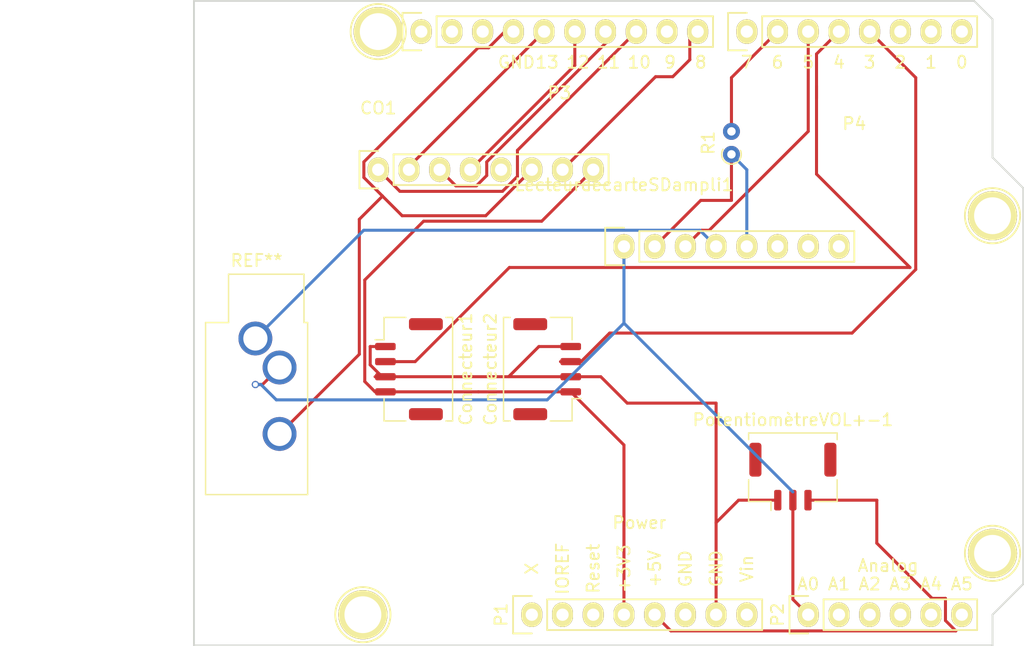
<source format=kicad_pcb>
(kicad_pcb (version 20171130) (host pcbnew "(5.1.8)-1")

  (general
    (thickness 1.6)
    (drawings 55)
    (tracks 107)
    (zones 0)
    (modules 15)
    (nets 48)
  )

  (page A4)
  (title_block
    (date "lun. 30 mars 2015")
  )

  (layers
    (0 F.Cu signal)
    (31 B.Cu signal)
    (32 B.Adhes user)
    (33 F.Adhes user)
    (34 B.Paste user)
    (35 F.Paste user)
    (36 B.SilkS user)
    (37 F.SilkS user)
    (38 B.Mask user)
    (39 F.Mask user)
    (40 Dwgs.User user)
    (41 Cmts.User user)
    (42 Eco1.User user)
    (43 Eco2.User user)
    (44 Edge.Cuts user)
    (45 Margin user)
    (46 B.CrtYd user)
    (47 F.CrtYd user)
    (48 B.Fab user)
    (49 F.Fab user)
  )

  (setup
    (last_trace_width 0.25)
    (trace_clearance 0.2)
    (zone_clearance 0.508)
    (zone_45_only no)
    (trace_min 0.2)
    (via_size 0.6)
    (via_drill 0.4)
    (via_min_size 0.4)
    (via_min_drill 0.3)
    (uvia_size 0.3)
    (uvia_drill 0.1)
    (uvias_allowed no)
    (uvia_min_size 0.2)
    (uvia_min_drill 0.1)
    (edge_width 0.15)
    (segment_width 0.15)
    (pcb_text_width 0.3)
    (pcb_text_size 1.5 1.5)
    (mod_edge_width 0.15)
    (mod_text_size 1 1)
    (mod_text_width 0.15)
    (pad_size 2.8 2.8)
    (pad_drill 2)
    (pad_to_mask_clearance 0)
    (aux_axis_origin 110.998 126.365)
    (grid_origin 110.998 126.365)
    (visible_elements 7FFFF7FF)
    (pcbplotparams
      (layerselection 0x00030_80000001)
      (usegerberextensions false)
      (usegerberattributes true)
      (usegerberadvancedattributes true)
      (creategerberjobfile true)
      (excludeedgelayer true)
      (linewidth 0.100000)
      (plotframeref false)
      (viasonmask false)
      (mode 1)
      (useauxorigin false)
      (hpglpennumber 1)
      (hpglpenspeed 20)
      (hpglpendiameter 15.000000)
      (psnegative false)
      (psa4output false)
      (plotreference true)
      (plotvalue true)
      (plotinvisibletext false)
      (padsonsilk false)
      (subtractmaskfromsilk false)
      (outputformat 1)
      (mirror false)
      (drillshape 1)
      (scaleselection 1)
      (outputdirectory ""))
  )

  (net 0 "")
  (net 1 /IOREF)
  (net 2 /Reset)
  (net 3 +5V)
  (net 4 GND)
  (net 5 /Vin)
  (net 6 /A0)
  (net 7 /A1)
  (net 8 /A2)
  (net 9 /A3)
  (net 10 /AREF)
  (net 11 "/A4(SDA)")
  (net 12 "/A5(SCL)")
  (net 13 "/9(**)")
  (net 14 /8)
  (net 15 /7)
  (net 16 "/6(**)")
  (net 17 "/5(**)")
  (net 18 /2)
  (net 19 "/1(Tx)")
  (net 20 "/0(Rx)")
  (net 21 "Net-(P5-Pad1)")
  (net 22 "Net-(P6-Pad1)")
  (net 23 "Net-(P7-Pad1)")
  (net 24 "Net-(P8-Pad1)")
  (net 25 "/13(SCK)")
  (net 26 "/10(**/SS)")
  (net 27 "Net-(P1-Pad1)")
  (net 28 +3V3)
  (net 29 "/12(MISO)")
  (net 30 "/11(**/MOSI)")
  (net 31 /D4)
  (net 32 "/D3(**)")
  (net 33 "Net-(Connecteur1-Pad2)")
  (net 34 "Net-(Connecteur2-Pad2)")
  (net 35 "Net-(R1-Pad1)")
  (net 36 "Net-(CO1-Pad7)")
  (net 37 "Net-(CO1-Pad5)")
  (net 38 "Net-(CO1-Pad4)")
  (net 39 "Net-(CO1-Pad3)")
  (net 40 "Net-(CO1-Pad2)")
  (net 41 "Net-(CO1-Pad1)")
  (net 42 "Net-(PotentiomètreVOL+-1-Pad2)")
  (net 43 "Net-(R1-Pad2)")
  (net 44 "Net-(LecteurdecarteSDampli1-Pad8)")
  (net 45 "Net-(LecteurdecarteSDampli1-Pad7)")
  (net 46 "Net-(LecteurdecarteSDampli1-Pad6)")
  (net 47 "Net-(LecteurdecarteSDampli1-Pad4)")

  (net_class Default "This is the default net class."
    (clearance 0.2)
    (trace_width 0.25)
    (via_dia 0.6)
    (via_drill 0.4)
    (uvia_dia 0.3)
    (uvia_drill 0.1)
    (add_net +3V3)
    (add_net +5V)
    (add_net "/0(Rx)")
    (add_net "/1(Tx)")
    (add_net "/10(**/SS)")
    (add_net "/11(**/MOSI)")
    (add_net "/12(MISO)")
    (add_net "/13(SCK)")
    (add_net /2)
    (add_net "/5(**)")
    (add_net "/6(**)")
    (add_net /7)
    (add_net /8)
    (add_net "/9(**)")
    (add_net /A0)
    (add_net /A1)
    (add_net /A2)
    (add_net /A3)
    (add_net "/A4(SDA)")
    (add_net "/A5(SCL)")
    (add_net /AREF)
    (add_net "/D3(**)")
    (add_net /D4)
    (add_net /IOREF)
    (add_net /Reset)
    (add_net /Vin)
    (add_net GND)
    (add_net "Net-(CO1-Pad1)")
    (add_net "Net-(CO1-Pad2)")
    (add_net "Net-(CO1-Pad3)")
    (add_net "Net-(CO1-Pad4)")
    (add_net "Net-(CO1-Pad5)")
    (add_net "Net-(CO1-Pad7)")
    (add_net "Net-(Connecteur1-Pad2)")
    (add_net "Net-(Connecteur2-Pad2)")
    (add_net "Net-(LecteurdecarteSDampli1-Pad4)")
    (add_net "Net-(LecteurdecarteSDampli1-Pad6)")
    (add_net "Net-(LecteurdecarteSDampli1-Pad7)")
    (add_net "Net-(LecteurdecarteSDampli1-Pad8)")
    (add_net "Net-(P1-Pad1)")
    (add_net "Net-(P5-Pad1)")
    (add_net "Net-(P6-Pad1)")
    (add_net "Net-(P7-Pad1)")
    (add_net "Net-(P8-Pad1)")
    (add_net "Net-(PotentiomètreVOL+-1-Pad2)")
    (add_net "Net-(R1-Pad1)")
    (add_net "Net-(R1-Pad2)")
  )

  (module Connector_Audio:Jack_3.5mm_CUI_SJ1-3533NG_Horizontal_CircularHoles (layer F.Cu) (tedit 60EC467D) (tstamp 60EC626B)
    (at 116.078 100.965)
    (descr "TRS 3.5mm, horizontal, through-hole, , circular holeshttps://www.cui.com/product/resource/sj1-353xng.pdf")
    (tags "TRS audio jack stereo horizontal circular")
    (fp_text reference REF** (at 0.1 -6.45) (layer F.SilkS)
      (effects (font (size 1 1) (thickness 0.15)))
    )
    (fp_text value Jack_3.5mm_CUI_SJ1-3533NG_Horizontal_CircularHoles (at 0.1 14.05) (layer F.Fab)
      (effects (font (size 1 1) (thickness 0.15)))
    )
    (fp_line (start 4.7 -5.7) (end -4.5 -5.7) (layer F.CrtYd) (width 0.05))
    (fp_line (start 4.7 13.3) (end 4.7 -5.7) (layer F.CrtYd) (width 0.05))
    (fp_line (start -4.5 13.3) (end 4.7 13.3) (layer F.CrtYd) (width 0.05))
    (fp_line (start -4.5 -5.7) (end -4.5 13.3) (layer F.CrtYd) (width 0.05))
    (fp_line (start -2.22 -1.32) (end -2.22 -5.32) (layer F.SilkS) (width 0.12))
    (fp_line (start -4.12 -1.32) (end -2.22 -1.32) (layer F.SilkS) (width 0.12))
    (fp_line (start -4.12 12.92) (end -4.12 -1.32) (layer F.SilkS) (width 0.12))
    (fp_line (start 4.32 12.92) (end -4.12 12.92) (layer F.SilkS) (width 0.12))
    (fp_line (start 4.32 -1.32) (end 4.32 12.92) (layer F.SilkS) (width 0.12))
    (fp_line (start 4.02 -1.32) (end 4.32 -1.32) (layer F.SilkS) (width 0.12))
    (fp_line (start 4.02 -5.32) (end 4.02 -1.32) (layer F.SilkS) (width 0.12))
    (fp_line (start -2.22 -5.32) (end 4.02 -5.32) (layer F.SilkS) (width 0.12))
    (fp_line (start -2.1 -1.2) (end -2.1 -5.2) (layer F.Fab) (width 0.1))
    (fp_line (start -4 -1.2) (end -2.1 -1.2) (layer F.Fab) (width 0.1))
    (fp_line (start -4 12.8) (end -4 -1.2) (layer F.Fab) (width 0.1))
    (fp_line (start 4.2 12.8) (end -4 12.8) (layer F.Fab) (width 0.1))
    (fp_line (start 4.2 -1.2) (end 4.2 12.8) (layer F.Fab) (width 0.1))
    (fp_line (start 3.9 -1.2) (end 4.2 -1.2) (layer F.Fab) (width 0.1))
    (fp_line (start 3.9 -5.2) (end 3.9 -1.2) (layer F.Fab) (width 0.1))
    (fp_line (start -2.1 -5.2) (end 3.9 -5.2) (layer F.Fab) (width 0.1))
    (fp_text user %R (at 0.1 3.8) (layer F.Fab)
      (effects (font (size 1 1) (thickness 0.15)))
    )
    (pad R thru_hole circle (at 2 7.9) (size 2.8 2.8) (drill 2) (layers *.Cu *.Mask)
      (net 4 GND))
    (pad T thru_hole circle (at 2 2.4) (size 2.8 2.8) (drill 2) (layers *.Cu *.Mask)
      (net 42 "Net-(PotentiomètreVOL+-1-Pad2)"))
    (pad S thru_hole circle (at 0 0) (size 2.8 2.8) (drill 2) (layers *.Cu *.Mask)
      (net 47 "Net-(LecteurdecarteSDampli1-Pad4)"))
    (model ${KISYS3DMOD}/Connector_Audio.3dshapes/Jack_3.5mm_CUI_SJ1-3533NG_Horizontal.wrl
      (at (xyz 0 0 0))
      (scale (xyz 1 1 1))
      (rotate (xyz 0 0 0))
    )
  )

  (module Socket_Arduino_Uno:Socket_Strip_Arduino_1x08 (layer F.Cu) (tedit 60EC4664) (tstamp 60EC4BFC)
    (at 146.558 93.345)
    (descr "Through hole socket strip")
    (tags "socket strip")
    (path /60F2FD0D)
    (fp_text reference LecteurdecarteSDampli1 (at 0 -5.1) (layer F.SilkS)
      (effects (font (size 1 1) (thickness 0.15)))
    )
    (fp_text value DFPLAYER_MINI (at 0 -3.1) (layer F.Fab)
      (effects (font (size 1 1) (thickness 0.15)))
    )
    (fp_line (start -1.55 -1.55) (end -1.55 1.55) (layer F.SilkS) (width 0.15))
    (fp_line (start 0 -1.55) (end -1.55 -1.55) (layer F.SilkS) (width 0.15))
    (fp_line (start 1.27 1.27) (end 1.27 -1.27) (layer F.SilkS) (width 0.15))
    (fp_line (start -1.55 1.55) (end 0 1.55) (layer F.SilkS) (width 0.15))
    (fp_line (start 19.05 -1.27) (end 1.27 -1.27) (layer F.SilkS) (width 0.15))
    (fp_line (start 19.05 1.27) (end 19.05 -1.27) (layer F.SilkS) (width 0.15))
    (fp_line (start 1.27 1.27) (end 19.05 1.27) (layer F.SilkS) (width 0.15))
    (fp_line (start -1.75 1.75) (end 19.55 1.75) (layer F.CrtYd) (width 0.05))
    (fp_line (start -1.75 -1.75) (end 19.55 -1.75) (layer F.CrtYd) (width 0.05))
    (fp_line (start 19.55 -1.75) (end 19.55 1.75) (layer F.CrtYd) (width 0.05))
    (fp_line (start -1.75 -1.75) (end -1.75 1.75) (layer F.CrtYd) (width 0.05))
    (pad 8 thru_hole oval (at 17.78 0) (size 1.7272 2.032) (drill 1.016) (layers *.Cu *.Mask F.SilkS)
      (net 44 "Net-(LecteurdecarteSDampli1-Pad8)"))
    (pad 7 thru_hole oval (at 15.24 0) (size 1.7272 2.032) (drill 1.016) (layers *.Cu *.Mask F.SilkS)
      (net 45 "Net-(LecteurdecarteSDampli1-Pad7)"))
    (pad 6 thru_hole oval (at 12.7 0) (size 1.7272 2.032) (drill 1.016) (layers *.Cu *.Mask F.SilkS)
      (net 46 "Net-(LecteurdecarteSDampli1-Pad6)"))
    (pad 5 thru_hole oval (at 10.16 0) (size 1.7272 2.032) (drill 1.016) (layers *.Cu *.Mask F.SilkS)
      (net 35 "Net-(R1-Pad1)"))
    (pad 4 thru_hole oval (at 7.62 0) (size 1.7272 2.032) (drill 1.016) (layers *.Cu *.Mask F.SilkS)
      (net 47 "Net-(LecteurdecarteSDampli1-Pad4)"))
    (pad 3 thru_hole oval (at 5.08 0) (size 1.7272 2.032) (drill 1.016) (layers *.Cu *.Mask F.SilkS)
      (net 17 "/5(**)"))
    (pad 2 thru_hole oval (at 2.54 0) (size 1.7272 2.032) (drill 1.016) (layers *.Cu *.Mask F.SilkS)
      (net 35 "Net-(R1-Pad1)"))
    (pad 1 thru_hole oval (at 0 0) (size 1.7272 2.032) (drill 1.016) (layers *.Cu *.Mask F.SilkS)
      (net 42 "Net-(PotentiomètreVOL+-1-Pad2)"))
    (model ${KIPRJMOD}/Socket_Arduino_Uno.3dshapes/Socket_header_Arduino_1x08.wrl
      (offset (xyz 8.889999866485596 0 0))
      (scale (xyz 1 1 1))
      (rotate (xyz 0 0 180))
    )
  )

  (module Connector_Molex:Molex_CLIK-Mate_502382-0470_1x04-1MP_P1.25mm_Vertical (layer F.Cu) (tedit 60EC3CC8) (tstamp 60EC1EEA)
    (at 128.778 103.505 270)
    (descr "Molex CLIK-Mate series connector, 502382-0470 (http://www.molex.com/pdm_docs/sd/5023820270_sd.pdf), generated with kicad-footprint-generator")
    (tags "connector Molex CLIK-Mate side entry")
    (path /60EC1438)
    (attr smd)
    (fp_text reference Connecteur1 (at 0 -4.7 90) (layer F.SilkS)
      (effects (font (size 1 1) (thickness 0.15)))
    )
    (fp_text value "Connecteur bouton poussoir 1" (at 0 4 90) (layer F.Fab)
      (effects (font (size 1 1) (thickness 0.15)))
    )
    (fp_line (start -4.175 1.95) (end 4.175 1.95) (layer F.Fab) (width 0.1))
    (fp_line (start -4.285 0.26) (end -4.285 2.06) (layer F.SilkS) (width 0.12))
    (fp_line (start -4.285 2.06) (end -2.435 2.06) (layer F.SilkS) (width 0.12))
    (fp_line (start -2.435 2.06) (end -2.435 2.8) (layer F.SilkS) (width 0.12))
    (fp_line (start 4.285 0.26) (end 4.285 2.06) (layer F.SilkS) (width 0.12))
    (fp_line (start 4.285 2.06) (end 2.435 2.06) (layer F.SilkS) (width 0.12))
    (fp_line (start -4.285 -3.06) (end -4.285 -3.61) (layer F.SilkS) (width 0.12))
    (fp_line (start -4.285 -3.61) (end 4.285 -3.61) (layer F.SilkS) (width 0.12))
    (fp_line (start 4.285 -3.61) (end 4.285 -3.06) (layer F.SilkS) (width 0.12))
    (fp_line (start -4.175 -3.5) (end 4.175 -3.5) (layer F.Fab) (width 0.1))
    (fp_line (start -4.175 1.95) (end -4.175 -3.5) (layer F.Fab) (width 0.1))
    (fp_line (start 4.175 1.95) (end 4.175 -3.5) (layer F.Fab) (width 0.1))
    (fp_line (start -4.72 -4) (end -4.72 3.3) (layer F.CrtYd) (width 0.05))
    (fp_line (start -4.72 3.3) (end 4.72 3.3) (layer F.CrtYd) (width 0.05))
    (fp_line (start 4.72 3.3) (end 4.72 -4) (layer F.CrtYd) (width 0.05))
    (fp_line (start 4.72 -4) (end -4.72 -4) (layer F.CrtYd) (width 0.05))
    (fp_line (start -2.375 1.95) (end -1.875 1.242893) (layer F.Fab) (width 0.1))
    (fp_line (start -1.875 1.242893) (end -1.375 1.95) (layer F.Fab) (width 0.1))
    (fp_text user %R (at 0 -0.77 90) (layer F.Fab)
      (effects (font (size 1 1) (thickness 0.15)))
    )
    (pad MP smd roundrect (at 3.725 -1.4 270) (size 1 2.8) (layers F.Cu F.Paste F.Mask) (roundrect_rratio 0.25))
    (pad MP smd roundrect (at -3.725 -1.4 270) (size 1 2.8) (layers F.Cu F.Paste F.Mask) (roundrect_rratio 0.25))
    (pad 4 smd roundrect (at 1.875 1.95 270) (size 0.6 1.7) (layers F.Cu F.Paste F.Mask) (roundrect_rratio 0.25)
      (net 28 +3V3))
    (pad 3 smd roundrect (at 0.625 1.95 270) (size 0.6 1.7) (layers F.Cu F.Paste F.Mask) (roundrect_rratio 0.25)
      (net 4 GND))
    (pad 2 smd roundrect (at -0.625 1.95 270) (size 0.6 1.7) (layers F.Cu F.Paste F.Mask) (roundrect_rratio 0.25)
      (net 33 "Net-(Connecteur1-Pad2)"))
    (pad 1 smd roundrect (at -1.875 1.95 270) (size 0.6 1.7) (layers F.Cu F.Paste F.Mask) (roundrect_rratio 0.25)
      (net 4 GND))
    (model ${KISYS3DMOD}/Connector_Molex.3dshapes/Molex_CLIK-Mate_502382-0470_1x04-1MP_P1.25mm_Vertical.wrl
      (at (xyz 0 0 0))
      (scale (xyz 1 1 1))
      (rotate (xyz 0 0 0))
    )
  )

  (module Socket_Arduino_Uno:Socket_Strip_Arduino_1x08 (layer F.Cu) (tedit 60EC395C) (tstamp 60EC3C3D)
    (at 126.238 86.995)
    (descr "Through hole socket strip")
    (tags "socket strip")
    (path /60EE05D1)
    (fp_text reference CO1 (at 0 -5.1) (layer F.SilkS)
      (effects (font (size 1 1) (thickness 0.15)))
    )
    (fp_text value "Connecteur PUCE RFID" (at 0 -3.1) (layer F.Fab)
      (effects (font (size 1 1) (thickness 0.15)))
    )
    (fp_line (start -1.55 -1.55) (end -1.55 1.55) (layer F.SilkS) (width 0.15))
    (fp_line (start 0 -1.55) (end -1.55 -1.55) (layer F.SilkS) (width 0.15))
    (fp_line (start 1.27 1.27) (end 1.27 -1.27) (layer F.SilkS) (width 0.15))
    (fp_line (start -1.55 1.55) (end 0 1.55) (layer F.SilkS) (width 0.15))
    (fp_line (start 19.05 -1.27) (end 1.27 -1.27) (layer F.SilkS) (width 0.15))
    (fp_line (start 19.05 1.27) (end 19.05 -1.27) (layer F.SilkS) (width 0.15))
    (fp_line (start 1.27 1.27) (end 19.05 1.27) (layer F.SilkS) (width 0.15))
    (fp_line (start -1.75 1.75) (end 19.55 1.75) (layer F.CrtYd) (width 0.05))
    (fp_line (start -1.75 -1.75) (end 19.55 -1.75) (layer F.CrtYd) (width 0.05))
    (fp_line (start 19.55 -1.75) (end 19.55 1.75) (layer F.CrtYd) (width 0.05))
    (fp_line (start -1.75 -1.75) (end -1.75 1.75) (layer F.CrtYd) (width 0.05))
    (pad 8 thru_hole oval (at 17.78 0) (size 1.7272 2.032) (drill 1.016) (layers *.Cu *.Mask F.SilkS)
      (net 28 +3V3))
    (pad 7 thru_hole oval (at 15.24 0) (size 1.7272 2.032) (drill 1.016) (layers *.Cu *.Mask F.SilkS)
      (net 36 "Net-(CO1-Pad7)"))
    (pad 6 thru_hole oval (at 12.7 0) (size 1.7272 2.032) (drill 1.016) (layers *.Cu *.Mask F.SilkS)
      (net 4 GND))
    (pad 5 thru_hole oval (at 10.16 0) (size 1.7272 2.032) (drill 1.016) (layers *.Cu *.Mask F.SilkS)
      (net 37 "Net-(CO1-Pad5)"))
    (pad 4 thru_hole oval (at 7.62 0) (size 1.7272 2.032) (drill 1.016) (layers *.Cu *.Mask F.SilkS)
      (net 38 "Net-(CO1-Pad4)"))
    (pad 3 thru_hole oval (at 5.08 0) (size 1.7272 2.032) (drill 1.016) (layers *.Cu *.Mask F.SilkS)
      (net 39 "Net-(CO1-Pad3)"))
    (pad 2 thru_hole oval (at 2.54 0) (size 1.7272 2.032) (drill 1.016) (layers *.Cu *.Mask F.SilkS)
      (net 40 "Net-(CO1-Pad2)"))
    (pad 1 thru_hole oval (at 0 0) (size 1.7272 2.032) (drill 1.016) (layers *.Cu *.Mask F.SilkS)
      (net 41 "Net-(CO1-Pad1)"))
    (model ${KIPRJMOD}/Socket_Arduino_Uno.3dshapes/Socket_header_Arduino_1x08.wrl
      (offset (xyz 8.889999866485596 0 0))
      (scale (xyz 1 1 1))
      (rotate (xyz 0 0 180))
    )
  )

  (module Resistor_THT:R_Axial_DIN0204_L3.6mm_D1.6mm_P1.90mm_Vertical (layer F.Cu) (tedit 60EC1282) (tstamp 60EC392A)
    (at 155.448 85.725 90)
    (descr "Resistor, Axial_DIN0204 series, Axial, Vertical, pin pitch=1.9mm, 0.167W, length*diameter=3.6*1.6mm^2, http://cdn-reichelt.de/documents/datenblatt/B400/1_4W%23YAG.pdf")
    (tags "Resistor Axial_DIN0204 series Axial Vertical pin pitch 1.9mm 0.167W length 3.6mm diameter 1.6mm")
    (path /60EB8924)
    (fp_text reference R1 (at 0.95 -1.92 90) (layer F.SilkS)
      (effects (font (size 1 1) (thickness 0.15)))
    )
    (fp_text value 1K (at 0.95 1.92 90) (layer F.Fab)
      (effects (font (size 1 1) (thickness 0.15)))
    )
    (fp_circle (center 0 0) (end 0.8 0) (layer F.Fab) (width 0.1))
    (fp_line (start 0 0) (end 1.9 0) (layer F.Fab) (width 0.1))
    (fp_line (start -1.05 -1.05) (end -1.05 1.05) (layer F.CrtYd) (width 0.05))
    (fp_line (start -1.05 1.05) (end 2.86 1.05) (layer F.CrtYd) (width 0.05))
    (fp_line (start 2.86 1.05) (end 2.86 -1.05) (layer F.CrtYd) (width 0.05))
    (fp_line (start 2.86 -1.05) (end -1.05 -1.05) (layer F.CrtYd) (width 0.05))
    (fp_text user %R (at 0.95 -1.92 90) (layer F.Fab)
      (effects (font (size 1 1) (thickness 0.15)))
    )
    (fp_arc (start 0 0) (end 0.417133 -0.7) (angle -233.92106) (layer F.SilkS) (width 0.12))
    (pad 2 thru_hole oval (at 1.9 0 90) (size 1.4 1.4) (drill 0.7) (layers *.Cu *.Mask)
      (net 43 "Net-(R1-Pad2)"))
    (pad 1 thru_hole circle (at 0 0 90) (size 1.4 1.4) (drill 0.7) (layers *.Cu *.Mask)
      (net 35 "Net-(R1-Pad1)"))
    (model ${KISYS3DMOD}/Resistor_THT.3dshapes/R_Axial_DIN0204_L3.6mm_D1.6mm_P1.90mm_Vertical.wrl
      (at (xyz 0 0 0))
      (scale (xyz 1 1 1))
      (rotate (xyz 0 0 0))
    )
  )

  (module Connector_Molex:Molex_CLIK-Mate_502382-0370_1x03-1MP_P1.25mm_Vertical (layer F.Cu) (tedit 60EC3C1F) (tstamp 60EC1040)
    (at 160.528 112.395)
    (descr "Molex CLIK-Mate series connector, 502382-0370 (http://www.molex.com/pdm_docs/sd/5023820270_sd.pdf), generated with kicad-footprint-generator")
    (tags "connector Molex CLIK-Mate side entry")
    (path /60F1C169)
    (attr smd)
    (fp_text reference PotentiomètreVOL+-1 (at 0 -4.7) (layer F.SilkS)
      (effects (font (size 1 1) (thickness 0.15)))
    )
    (fp_text value 10K (at 0 4) (layer F.Fab)
      (effects (font (size 1 1) (thickness 0.15)))
    )
    (fp_line (start -3.55 1.95) (end 3.55 1.95) (layer F.Fab) (width 0.1))
    (fp_line (start -3.66 0.26) (end -3.66 2.06) (layer F.SilkS) (width 0.12))
    (fp_line (start -3.66 2.06) (end -1.81 2.06) (layer F.SilkS) (width 0.12))
    (fp_line (start -1.81 2.06) (end -1.81 2.8) (layer F.SilkS) (width 0.12))
    (fp_line (start 3.66 0.26) (end 3.66 2.06) (layer F.SilkS) (width 0.12))
    (fp_line (start 3.66 2.06) (end 1.81 2.06) (layer F.SilkS) (width 0.12))
    (fp_line (start -3.66 -3.06) (end -3.66 -3.61) (layer F.SilkS) (width 0.12))
    (fp_line (start -3.66 -3.61) (end 3.66 -3.61) (layer F.SilkS) (width 0.12))
    (fp_line (start 3.66 -3.61) (end 3.66 -3.06) (layer F.SilkS) (width 0.12))
    (fp_line (start -3.55 -3.5) (end 3.55 -3.5) (layer F.Fab) (width 0.1))
    (fp_line (start -3.55 1.95) (end -3.55 -3.5) (layer F.Fab) (width 0.1))
    (fp_line (start 3.55 1.95) (end 3.55 -3.5) (layer F.Fab) (width 0.1))
    (fp_line (start -4.1 -4) (end -4.1 3.3) (layer F.CrtYd) (width 0.05))
    (fp_line (start -4.1 3.3) (end 4.1 3.3) (layer F.CrtYd) (width 0.05))
    (fp_line (start 4.1 3.3) (end 4.1 -4) (layer F.CrtYd) (width 0.05))
    (fp_line (start 4.1 -4) (end -4.1 -4) (layer F.CrtYd) (width 0.05))
    (fp_line (start -1.75 1.95) (end -1.25 1.242893) (layer F.Fab) (width 0.1))
    (fp_line (start -1.25 1.242893) (end -0.75 1.95) (layer F.Fab) (width 0.1))
    (fp_text user %R (at 0 -0.77) (layer F.Fab)
      (effects (font (size 1 1) (thickness 0.15)))
    )
    (pad MP smd roundrect (at 3.1 -1.4) (size 1 2.8) (layers F.Cu F.Paste F.Mask) (roundrect_rratio 0.25))
    (pad MP smd roundrect (at -3.1 -1.4) (size 1 2.8) (layers F.Cu F.Paste F.Mask) (roundrect_rratio 0.25))
    (pad 3 smd roundrect (at 1.25 1.95) (size 0.6 1.7) (layers F.Cu F.Paste F.Mask) (roundrect_rratio 0.25)
      (net 3 +5V))
    (pad 2 smd roundrect (at 0 1.95) (size 0.6 1.7) (layers F.Cu F.Paste F.Mask) (roundrect_rratio 0.25)
      (net 42 "Net-(PotentiomètreVOL+-1-Pad2)"))
    (pad 1 smd roundrect (at -1.25 1.95) (size 0.6 1.7) (layers F.Cu F.Paste F.Mask) (roundrect_rratio 0.25)
      (net 4 GND))
    (model ${KISYS3DMOD}/Connector_Molex.3dshapes/Molex_CLIK-Mate_502382-0370_1x03-1MP_P1.25mm_Vertical.wrl
      (at (xyz 0 0 0))
      (scale (xyz 1 1 1))
      (rotate (xyz 0 0 0))
    )
  )

  (module Connector_Molex:Molex_CLIK-Mate_502382-0470_1x04-1MP_P1.25mm_Vertical (layer F.Cu) (tedit 60EC3CBD) (tstamp 60EC1F07)
    (at 140.208 103.505 90)
    (descr "Molex CLIK-Mate series connector, 502382-0470 (http://www.molex.com/pdm_docs/sd/5023820270_sd.pdf), generated with kicad-footprint-generator")
    (tags "connector Molex CLIK-Mate side entry")
    (path /60EC2ADD)
    (attr smd)
    (fp_text reference Connecteur2 (at 0 -4.7 90) (layer F.SilkS)
      (effects (font (size 1 1) (thickness 0.15)))
    )
    (fp_text value "Connecteur bouton poussoir 2 " (at 0 4 90) (layer F.Fab)
      (effects (font (size 1 1) (thickness 0.15)))
    )
    (fp_line (start -4.175 1.95) (end 4.175 1.95) (layer F.Fab) (width 0.1))
    (fp_line (start -4.285 0.26) (end -4.285 2.06) (layer F.SilkS) (width 0.12))
    (fp_line (start -4.285 2.06) (end -2.435 2.06) (layer F.SilkS) (width 0.12))
    (fp_line (start -2.435 2.06) (end -2.435 2.8) (layer F.SilkS) (width 0.12))
    (fp_line (start 4.285 0.26) (end 4.285 2.06) (layer F.SilkS) (width 0.12))
    (fp_line (start 4.285 2.06) (end 2.435 2.06) (layer F.SilkS) (width 0.12))
    (fp_line (start -4.285 -3.06) (end -4.285 -3.61) (layer F.SilkS) (width 0.12))
    (fp_line (start -4.285 -3.61) (end 4.285 -3.61) (layer F.SilkS) (width 0.12))
    (fp_line (start 4.285 -3.61) (end 4.285 -3.06) (layer F.SilkS) (width 0.12))
    (fp_line (start -4.175 -3.5) (end 4.175 -3.5) (layer F.Fab) (width 0.1))
    (fp_line (start -4.175 1.95) (end -4.175 -3.5) (layer F.Fab) (width 0.1))
    (fp_line (start 4.175 1.95) (end 4.175 -3.5) (layer F.Fab) (width 0.1))
    (fp_line (start -4.72 -4) (end -4.72 3.3) (layer F.CrtYd) (width 0.05))
    (fp_line (start -4.72 3.3) (end 4.72 3.3) (layer F.CrtYd) (width 0.05))
    (fp_line (start 4.72 3.3) (end 4.72 -4) (layer F.CrtYd) (width 0.05))
    (fp_line (start 4.72 -4) (end -4.72 -4) (layer F.CrtYd) (width 0.05))
    (fp_line (start -2.375 1.95) (end -1.875 1.242893) (layer F.Fab) (width 0.1))
    (fp_line (start -1.875 1.242893) (end -1.375 1.95) (layer F.Fab) (width 0.1))
    (fp_text user %R (at 0 -0.77 90) (layer F.Fab)
      (effects (font (size 1 1) (thickness 0.15)))
    )
    (pad MP smd roundrect (at 3.725 -1.4 90) (size 1 2.8) (layers F.Cu F.Paste F.Mask) (roundrect_rratio 0.25))
    (pad MP smd roundrect (at -3.725 -1.4 90) (size 1 2.8) (layers F.Cu F.Paste F.Mask) (roundrect_rratio 0.25))
    (pad 1 smd roundrect (at 1.875 1.95 90) (size 0.6 1.7) (layers F.Cu F.Paste F.Mask) (roundrect_rratio 0.25)
      (net 4 GND))
    (pad 2 smd roundrect (at 0.625 1.95 90) (size 0.6 1.7) (layers F.Cu F.Paste F.Mask) (roundrect_rratio 0.25)
      (net 34 "Net-(Connecteur2-Pad2)"))
    (pad 3 smd roundrect (at -0.625 1.95 90) (size 0.6 1.7) (layers F.Cu F.Paste F.Mask) (roundrect_rratio 0.25)
      (net 4 GND))
    (pad 4 smd roundrect (at -1.875 1.95 90) (size 0.6 1.7) (layers F.Cu F.Paste F.Mask) (roundrect_rratio 0.25)
      (net 28 +3V3))
    (model ${KISYS3DMOD}/Connector_Molex.3dshapes/Molex_CLIK-Mate_502382-0470_1x04-1MP_P1.25mm_Vertical.wrl
      (at (xyz 0 0 0))
      (scale (xyz 1 1 1))
      (rotate (xyz 0 0 0))
    )
  )

  (module Socket_Arduino_Uno:Socket_Strip_Arduino_1x08 locked (layer F.Cu) (tedit 552168D2) (tstamp 551AF9EA)
    (at 138.938 123.825)
    (descr "Through hole socket strip")
    (tags "socket strip")
    (path /56D70129)
    (fp_text reference P1 (at -2.54 0 90) (layer F.SilkS)
      (effects (font (size 1 1) (thickness 0.15)))
    )
    (fp_text value Power (at 8.89 -7.62) (layer F.SilkS)
      (effects (font (size 1 1) (thickness 0.15)))
    )
    (fp_line (start -1.55 -1.55) (end -1.55 1.55) (layer F.SilkS) (width 0.15))
    (fp_line (start 0 -1.55) (end -1.55 -1.55) (layer F.SilkS) (width 0.15))
    (fp_line (start 1.27 1.27) (end 1.27 -1.27) (layer F.SilkS) (width 0.15))
    (fp_line (start -1.55 1.55) (end 0 1.55) (layer F.SilkS) (width 0.15))
    (fp_line (start 19.05 -1.27) (end 1.27 -1.27) (layer F.SilkS) (width 0.15))
    (fp_line (start 19.05 1.27) (end 19.05 -1.27) (layer F.SilkS) (width 0.15))
    (fp_line (start 1.27 1.27) (end 19.05 1.27) (layer F.SilkS) (width 0.15))
    (fp_line (start -1.75 1.75) (end 19.55 1.75) (layer F.CrtYd) (width 0.05))
    (fp_line (start -1.75 -1.75) (end 19.55 -1.75) (layer F.CrtYd) (width 0.05))
    (fp_line (start 19.55 -1.75) (end 19.55 1.75) (layer F.CrtYd) (width 0.05))
    (fp_line (start -1.75 -1.75) (end -1.75 1.75) (layer F.CrtYd) (width 0.05))
    (pad 1 thru_hole oval (at 0 0) (size 1.7272 2.032) (drill 1.016) (layers *.Cu *.Mask F.SilkS)
      (net 27 "Net-(P1-Pad1)"))
    (pad 2 thru_hole oval (at 2.54 0) (size 1.7272 2.032) (drill 1.016) (layers *.Cu *.Mask F.SilkS)
      (net 1 /IOREF))
    (pad 3 thru_hole oval (at 5.08 0) (size 1.7272 2.032) (drill 1.016) (layers *.Cu *.Mask F.SilkS)
      (net 2 /Reset))
    (pad 4 thru_hole oval (at 7.62 0) (size 1.7272 2.032) (drill 1.016) (layers *.Cu *.Mask F.SilkS)
      (net 28 +3V3))
    (pad 5 thru_hole oval (at 10.16 0) (size 1.7272 2.032) (drill 1.016) (layers *.Cu *.Mask F.SilkS)
      (net 3 +5V))
    (pad 6 thru_hole oval (at 12.7 0) (size 1.7272 2.032) (drill 1.016) (layers *.Cu *.Mask F.SilkS)
      (net 4 GND))
    (pad 7 thru_hole oval (at 15.24 0) (size 1.7272 2.032) (drill 1.016) (layers *.Cu *.Mask F.SilkS)
      (net 4 GND))
    (pad 8 thru_hole oval (at 17.78 0) (size 1.7272 2.032) (drill 1.016) (layers *.Cu *.Mask F.SilkS)
      (net 5 /Vin))
    (model ${KIPRJMOD}/Socket_Arduino_Uno.3dshapes/Socket_header_Arduino_1x08.wrl
      (offset (xyz 8.889999866485596 0 0))
      (scale (xyz 1 1 1))
      (rotate (xyz 0 0 180))
    )
  )

  (module Socket_Arduino_Uno:Socket_Strip_Arduino_1x06 locked (layer F.Cu) (tedit 552168D6) (tstamp 551AF9FF)
    (at 161.798 123.825)
    (descr "Through hole socket strip")
    (tags "socket strip")
    (path /56D70DD8)
    (fp_text reference P2 (at -2.54 0 90) (layer F.SilkS)
      (effects (font (size 1 1) (thickness 0.15)))
    )
    (fp_text value Analog (at 6.604 -4.064) (layer F.SilkS)
      (effects (font (size 1 1) (thickness 0.15)))
    )
    (fp_line (start -1.55 -1.55) (end -1.55 1.55) (layer F.SilkS) (width 0.15))
    (fp_line (start 0 -1.55) (end -1.55 -1.55) (layer F.SilkS) (width 0.15))
    (fp_line (start 1.27 1.27) (end 1.27 -1.27) (layer F.SilkS) (width 0.15))
    (fp_line (start -1.55 1.55) (end 0 1.55) (layer F.SilkS) (width 0.15))
    (fp_line (start 13.97 -1.27) (end 1.27 -1.27) (layer F.SilkS) (width 0.15))
    (fp_line (start 13.97 1.27) (end 13.97 -1.27) (layer F.SilkS) (width 0.15))
    (fp_line (start 1.27 1.27) (end 13.97 1.27) (layer F.SilkS) (width 0.15))
    (fp_line (start -1.75 1.75) (end 14.45 1.75) (layer F.CrtYd) (width 0.05))
    (fp_line (start -1.75 -1.75) (end 14.45 -1.75) (layer F.CrtYd) (width 0.05))
    (fp_line (start 14.45 -1.75) (end 14.45 1.75) (layer F.CrtYd) (width 0.05))
    (fp_line (start -1.75 -1.75) (end -1.75 1.75) (layer F.CrtYd) (width 0.05))
    (pad 1 thru_hole oval (at 0 0) (size 1.7272 2.032) (drill 1.016) (layers *.Cu *.Mask F.SilkS)
      (net 6 /A0))
    (pad 2 thru_hole oval (at 2.54 0) (size 1.7272 2.032) (drill 1.016) (layers *.Cu *.Mask F.SilkS)
      (net 7 /A1))
    (pad 3 thru_hole oval (at 5.08 0) (size 1.7272 2.032) (drill 1.016) (layers *.Cu *.Mask F.SilkS)
      (net 8 /A2))
    (pad 4 thru_hole oval (at 7.62 0) (size 1.7272 2.032) (drill 1.016) (layers *.Cu *.Mask F.SilkS)
      (net 9 /A3))
    (pad 5 thru_hole oval (at 10.16 0) (size 1.7272 2.032) (drill 1.016) (layers *.Cu *.Mask F.SilkS)
      (net 11 "/A4(SDA)"))
    (pad 6 thru_hole oval (at 12.7 0) (size 1.7272 2.032) (drill 1.016) (layers *.Cu *.Mask F.SilkS)
      (net 12 "/A5(SCL)"))
    (model ${KIPRJMOD}/Socket_Arduino_Uno.3dshapes/Socket_header_Arduino_1x06.wrl
      (offset (xyz 6.349999904632568 0 0))
      (scale (xyz 1 1 1))
      (rotate (xyz 0 0 180))
    )
  )

  (module Socket_Arduino_Uno:Socket_Strip_Arduino_1x10 locked (layer F.Cu) (tedit 552168BF) (tstamp 551AFA18)
    (at 129.794 75.565)
    (descr "Through hole socket strip")
    (tags "socket strip")
    (path /56D721E0)
    (fp_text reference P3 (at 11.43 5.08) (layer F.SilkS)
      (effects (font (size 1 1) (thickness 0.15)))
    )
    (fp_text value Digital (at 11.43 6.35) (layer F.Fab)
      (effects (font (size 1 1) (thickness 0.15)))
    )
    (fp_line (start -1.55 -1.55) (end -1.55 1.55) (layer F.SilkS) (width 0.15))
    (fp_line (start 0 -1.55) (end -1.55 -1.55) (layer F.SilkS) (width 0.15))
    (fp_line (start 1.27 1.27) (end 1.27 -1.27) (layer F.SilkS) (width 0.15))
    (fp_line (start -1.55 1.55) (end 0 1.55) (layer F.SilkS) (width 0.15))
    (fp_line (start 24.13 -1.27) (end 1.27 -1.27) (layer F.SilkS) (width 0.15))
    (fp_line (start 24.13 1.27) (end 24.13 -1.27) (layer F.SilkS) (width 0.15))
    (fp_line (start 1.27 1.27) (end 24.13 1.27) (layer F.SilkS) (width 0.15))
    (fp_line (start -1.75 1.75) (end 24.65 1.75) (layer F.CrtYd) (width 0.05))
    (fp_line (start -1.75 -1.75) (end 24.65 -1.75) (layer F.CrtYd) (width 0.05))
    (fp_line (start 24.65 -1.75) (end 24.65 1.75) (layer F.CrtYd) (width 0.05))
    (fp_line (start -1.75 -1.75) (end -1.75 1.75) (layer F.CrtYd) (width 0.05))
    (pad 1 thru_hole oval (at 0 0) (size 1.7272 2.032) (drill 1.016) (layers *.Cu *.Mask F.SilkS)
      (net 12 "/A5(SCL)"))
    (pad 2 thru_hole oval (at 2.54 0) (size 1.7272 2.032) (drill 1.016) (layers *.Cu *.Mask F.SilkS)
      (net 11 "/A4(SDA)"))
    (pad 3 thru_hole oval (at 5.08 0) (size 1.7272 2.032) (drill 1.016) (layers *.Cu *.Mask F.SilkS)
      (net 10 /AREF))
    (pad 4 thru_hole oval (at 7.62 0) (size 1.7272 2.032) (drill 1.016) (layers *.Cu *.Mask F.SilkS)
      (net 4 GND))
    (pad 5 thru_hole oval (at 10.16 0) (size 1.7272 2.032) (drill 1.016) (layers *.Cu *.Mask F.SilkS)
      (net 25 "/13(SCK)"))
    (pad 6 thru_hole oval (at 12.7 0) (size 1.7272 2.032) (drill 1.016) (layers *.Cu *.Mask F.SilkS)
      (net 29 "/12(MISO)"))
    (pad 7 thru_hole oval (at 15.24 0) (size 1.7272 2.032) (drill 1.016) (layers *.Cu *.Mask F.SilkS)
      (net 30 "/11(**/MOSI)"))
    (pad 8 thru_hole oval (at 17.78 0) (size 1.7272 2.032) (drill 1.016) (layers *.Cu *.Mask F.SilkS)
      (net 26 "/10(**/SS)"))
    (pad 9 thru_hole oval (at 20.32 0) (size 1.7272 2.032) (drill 1.016) (layers *.Cu *.Mask F.SilkS)
      (net 13 "/9(**)"))
    (pad 10 thru_hole oval (at 22.86 0) (size 1.7272 2.032) (drill 1.016) (layers *.Cu *.Mask F.SilkS)
      (net 14 /8))
    (model ${KIPRJMOD}/Socket_Arduino_Uno.3dshapes/Socket_header_Arduino_1x10.wrl
      (offset (xyz 11.42999982833862 0 0))
      (scale (xyz 1 1 1))
      (rotate (xyz 0 0 180))
    )
  )

  (module Socket_Arduino_Uno:Socket_Strip_Arduino_1x08 locked (layer F.Cu) (tedit 552168C7) (tstamp 551AFA2F)
    (at 156.718 75.565)
    (descr "Through hole socket strip")
    (tags "socket strip")
    (path /56D7164F)
    (fp_text reference P4 (at 8.89 7.62) (layer F.SilkS)
      (effects (font (size 1 1) (thickness 0.15)))
    )
    (fp_text value Digital (at 8.89 4.318) (layer F.Fab)
      (effects (font (size 1 1) (thickness 0.15)))
    )
    (fp_line (start -1.55 -1.55) (end -1.55 1.55) (layer F.SilkS) (width 0.15))
    (fp_line (start 0 -1.55) (end -1.55 -1.55) (layer F.SilkS) (width 0.15))
    (fp_line (start 1.27 1.27) (end 1.27 -1.27) (layer F.SilkS) (width 0.15))
    (fp_line (start -1.55 1.55) (end 0 1.55) (layer F.SilkS) (width 0.15))
    (fp_line (start 19.05 -1.27) (end 1.27 -1.27) (layer F.SilkS) (width 0.15))
    (fp_line (start 19.05 1.27) (end 19.05 -1.27) (layer F.SilkS) (width 0.15))
    (fp_line (start 1.27 1.27) (end 19.05 1.27) (layer F.SilkS) (width 0.15))
    (fp_line (start -1.75 1.75) (end 19.55 1.75) (layer F.CrtYd) (width 0.05))
    (fp_line (start -1.75 -1.75) (end 19.55 -1.75) (layer F.CrtYd) (width 0.05))
    (fp_line (start 19.55 -1.75) (end 19.55 1.75) (layer F.CrtYd) (width 0.05))
    (fp_line (start -1.75 -1.75) (end -1.75 1.75) (layer F.CrtYd) (width 0.05))
    (pad 1 thru_hole oval (at 0 0) (size 1.7272 2.032) (drill 1.016) (layers *.Cu *.Mask F.SilkS)
      (net 15 /7))
    (pad 2 thru_hole oval (at 2.54 0) (size 1.7272 2.032) (drill 1.016) (layers *.Cu *.Mask F.SilkS)
      (net 16 "/6(**)"))
    (pad 3 thru_hole oval (at 5.08 0) (size 1.7272 2.032) (drill 1.016) (layers *.Cu *.Mask F.SilkS)
      (net 17 "/5(**)"))
    (pad 4 thru_hole oval (at 7.62 0) (size 1.7272 2.032) (drill 1.016) (layers *.Cu *.Mask F.SilkS)
      (net 31 /D4))
    (pad 5 thru_hole oval (at 10.16 0) (size 1.7272 2.032) (drill 1.016) (layers *.Cu *.Mask F.SilkS)
      (net 32 "/D3(**)"))
    (pad 6 thru_hole oval (at 12.7 0) (size 1.7272 2.032) (drill 1.016) (layers *.Cu *.Mask F.SilkS)
      (net 18 /2))
    (pad 7 thru_hole oval (at 15.24 0) (size 1.7272 2.032) (drill 1.016) (layers *.Cu *.Mask F.SilkS)
      (net 19 "/1(Tx)"))
    (pad 8 thru_hole oval (at 17.78 0) (size 1.7272 2.032) (drill 1.016) (layers *.Cu *.Mask F.SilkS)
      (net 20 "/0(Rx)"))
    (model ${KIPRJMOD}/Socket_Arduino_Uno.3dshapes/Socket_header_Arduino_1x08.wrl
      (offset (xyz 8.889999866485596 0 0))
      (scale (xyz 1 1 1))
      (rotate (xyz 0 0 180))
    )
  )

  (module Socket_Arduino_Uno:Arduino_1pin locked (layer F.Cu) (tedit 5524FC39) (tstamp 5524FC3F)
    (at 124.968 123.825)
    (descr "module 1 pin (ou trou mecanique de percage)")
    (tags DEV)
    (path /56D71177)
    (fp_text reference P5 (at 0 -3.048) (layer F.SilkS) hide
      (effects (font (size 1 1) (thickness 0.15)))
    )
    (fp_text value CONN_01X01 (at 0 2.794) (layer F.Fab) hide
      (effects (font (size 1 1) (thickness 0.15)))
    )
    (fp_circle (center 0 0) (end 0 -2.286) (layer F.SilkS) (width 0.15))
    (pad 1 thru_hole circle (at 0 0) (size 4.064 4.064) (drill 3.048) (layers *.Cu *.Mask F.SilkS)
      (net 21 "Net-(P5-Pad1)"))
  )

  (module Socket_Arduino_Uno:Arduino_1pin locked (layer F.Cu) (tedit 5524FC4A) (tstamp 5524FC44)
    (at 177.038 118.745)
    (descr "module 1 pin (ou trou mecanique de percage)")
    (tags DEV)
    (path /56D71274)
    (fp_text reference P6 (at 0 -3.048) (layer F.SilkS) hide
      (effects (font (size 1 1) (thickness 0.15)))
    )
    (fp_text value CONN_01X01 (at 0 2.794) (layer F.Fab) hide
      (effects (font (size 1 1) (thickness 0.15)))
    )
    (fp_circle (center 0 0) (end 0 -2.286) (layer F.SilkS) (width 0.15))
    (pad 1 thru_hole circle (at 0 0) (size 4.064 4.064) (drill 3.048) (layers *.Cu *.Mask F.SilkS)
      (net 22 "Net-(P6-Pad1)"))
  )

  (module Socket_Arduino_Uno:Arduino_1pin locked (layer F.Cu) (tedit 5524FC2F) (tstamp 5524FC49)
    (at 126.238 75.565)
    (descr "module 1 pin (ou trou mecanique de percage)")
    (tags DEV)
    (path /56D712A8)
    (fp_text reference P7 (at 0 -3.048) (layer F.SilkS) hide
      (effects (font (size 1 1) (thickness 0.15)))
    )
    (fp_text value CONN_01X01 (at 0 2.794) (layer F.Fab) hide
      (effects (font (size 1 1) (thickness 0.15)))
    )
    (fp_circle (center 0 0) (end 0 -2.286) (layer F.SilkS) (width 0.15))
    (pad 1 thru_hole circle (at 0 0) (size 4.064 4.064) (drill 3.048) (layers *.Cu *.Mask F.SilkS)
      (net 23 "Net-(P7-Pad1)"))
  )

  (module Socket_Arduino_Uno:Arduino_1pin locked (layer F.Cu) (tedit 5524FC41) (tstamp 5524FC4E)
    (at 177.038 90.805)
    (descr "module 1 pin (ou trou mecanique de percage)")
    (tags DEV)
    (path /56D712DB)
    (fp_text reference P8 (at 0 -3.048) (layer F.SilkS) hide
      (effects (font (size 1 1) (thickness 0.15)))
    )
    (fp_text value CONN_01X01 (at 0 2.794) (layer F.Fab) hide
      (effects (font (size 1 1) (thickness 0.15)))
    )
    (fp_circle (center 0 0) (end 0 -2.286) (layer F.SilkS) (width 0.15))
    (pad 1 thru_hole circle (at 0 0) (size 4.064 4.064) (drill 3.048) (layers *.Cu *.Mask F.SilkS)
      (net 24 "Net-(P8-Pad1)"))
  )

  (gr_text GND (at 137.668 78.105) (layer F.SilkS)
    (effects (font (size 1 1) (thickness 0.15)))
  )
  (gr_text 13 (at 140.208 78.105) (layer F.SilkS)
    (effects (font (size 1 1) (thickness 0.15)))
  )
  (gr_text 12 (at 142.748 78.105) (layer F.SilkS)
    (effects (font (size 1 1) (thickness 0.15)))
  )
  (gr_text 11 (at 145.288 78.105) (layer F.SilkS)
    (effects (font (size 1 1) (thickness 0.15)))
  )
  (gr_text 10 (at 147.828 78.105) (layer F.SilkS)
    (effects (font (size 1 1) (thickness 0.15)))
  )
  (gr_text "9\n" (at 150.368 78.105) (layer F.SilkS)
    (effects (font (size 1 1) (thickness 0.15)))
  )
  (gr_text 8 (at 152.908 78.105) (layer F.SilkS)
    (effects (font (size 1 1) (thickness 0.15)))
  )
  (gr_text "7\n" (at 156.718 78.105) (layer F.SilkS)
    (effects (font (size 1 1) (thickness 0.15)))
  )
  (gr_text 6 (at 159.258 78.105) (layer F.SilkS)
    (effects (font (size 1 1) (thickness 0.15)))
  )
  (gr_text "5\n" (at 161.798 78.105) (layer F.SilkS)
    (effects (font (size 1 1) (thickness 0.15)))
  )
  (gr_text 4 (at 164.338 78.105) (layer F.SilkS)
    (effects (font (size 1 1) (thickness 0.15)))
  )
  (gr_text "3\n" (at 166.878 78.105) (layer F.SilkS)
    (effects (font (size 1 1) (thickness 0.15)))
  )
  (gr_text X (at 138.938 120.015 90) (layer F.SilkS)
    (effects (font (size 1 1) (thickness 0.15)))
  )
  (gr_text IOREF (at 141.478 120.015 90) (layer F.SilkS)
    (effects (font (size 1 1) (thickness 0.15)))
  )
  (gr_text Reset (at 144.018 120.015 90) (layer F.SilkS)
    (effects (font (size 1 1) (thickness 0.15)))
  )
  (gr_text +3V3 (at 146.558 120.015 90) (layer F.SilkS)
    (effects (font (size 1 1) (thickness 0.15)))
  )
  (gr_text +5V (at 149.098 120.015 90) (layer F.SilkS)
    (effects (font (size 1 1) (thickness 0.15)))
  )
  (gr_text GND (at 151.638 120.015 90) (layer F.SilkS)
    (effects (font (size 1 1) (thickness 0.15)))
  )
  (gr_text GND (at 154.178 120.015 90) (layer F.SilkS)
    (effects (font (size 1 1) (thickness 0.15)))
  )
  (gr_text Vin (at 156.718 120.015 90) (layer F.SilkS)
    (effects (font (size 1 1) (thickness 0.15)))
  )
  (gr_text "2\n" (at 169.418 78.105) (layer F.SilkS)
    (effects (font (size 1 1) (thickness 0.15)))
  )
  (gr_text "1\n" (at 171.958 78.105) (layer F.SilkS)
    (effects (font (size 1 1) (thickness 0.15)))
  )
  (gr_text "0\n" (at 174.498 78.105) (layer F.SilkS)
    (effects (font (size 1 1) (thickness 0.15)))
  )
  (gr_text A5 (at 174.498 121.285) (layer F.SilkS)
    (effects (font (size 1 1) (thickness 0.15)))
  )
  (gr_text A4 (at 171.958 121.285) (layer F.SilkS)
    (effects (font (size 1 1) (thickness 0.15)))
  )
  (gr_text A3 (at 169.418 121.285) (layer F.SilkS)
    (effects (font (size 1 1) (thickness 0.15)))
  )
  (gr_text A2 (at 166.878 121.285) (layer F.SilkS)
    (effects (font (size 1 1) (thickness 0.15)))
  )
  (gr_text A1 (at 164.338 121.285) (layer F.SilkS)
    (effects (font (size 1 1) (thickness 0.15)))
  )
  (gr_text "A0\n" (at 161.798 121.285) (layer F.SilkS)
    (effects (font (size 1 1) (thickness 0.15)))
  )
  (gr_circle (center 117.348 76.962) (end 118.618 76.962) (layer Dwgs.User) (width 0.15))
  (gr_line (start 114.427 78.994) (end 114.427 74.93) (angle 90) (layer Dwgs.User) (width 0.15))
  (gr_line (start 120.269 78.994) (end 114.427 78.994) (angle 90) (layer Dwgs.User) (width 0.15))
  (gr_line (start 120.269 74.93) (end 120.269 78.994) (angle 90) (layer Dwgs.User) (width 0.15))
  (gr_line (start 114.427 74.93) (end 120.269 74.93) (angle 90) (layer Dwgs.User) (width 0.15))
  (gr_line (start 120.523 93.98) (end 104.648 93.98) (angle 90) (layer Dwgs.User) (width 0.15))
  (gr_line (start 177.038 74.549) (end 175.514 73.025) (angle 90) (layer Edge.Cuts) (width 0.15))
  (gr_line (start 177.038 85.979) (end 177.038 74.549) (angle 90) (layer Edge.Cuts) (width 0.15))
  (gr_line (start 179.578 88.519) (end 177.038 85.979) (angle 90) (layer Edge.Cuts) (width 0.15))
  (gr_line (start 179.578 121.285) (end 179.578 88.519) (angle 90) (layer Edge.Cuts) (width 0.15))
  (gr_line (start 177.038 123.825) (end 179.578 121.285) (angle 90) (layer Edge.Cuts) (width 0.15))
  (gr_line (start 177.038 126.365) (end 177.038 123.825) (angle 90) (layer Edge.Cuts) (width 0.15))
  (gr_line (start 110.998 126.365) (end 177.038 126.365) (angle 90) (layer Edge.Cuts) (width 0.15))
  (gr_line (start 110.998 73.025) (end 110.998 126.365) (angle 90) (layer Edge.Cuts) (width 0.15))
  (gr_line (start 175.514 73.025) (end 110.998 73.025) (angle 90) (layer Edge.Cuts) (width 0.15))
  (gr_line (start 173.355 102.235) (end 173.355 94.615) (angle 90) (layer Dwgs.User) (width 0.15))
  (gr_line (start 178.435 102.235) (end 173.355 102.235) (angle 90) (layer Dwgs.User) (width 0.15))
  (gr_line (start 178.435 94.615) (end 178.435 102.235) (angle 90) (layer Dwgs.User) (width 0.15))
  (gr_line (start 173.355 94.615) (end 178.435 94.615) (angle 90) (layer Dwgs.User) (width 0.15))
  (gr_line (start 109.093 123.19) (end 109.093 114.3) (angle 90) (layer Dwgs.User) (width 0.15))
  (gr_line (start 122.428 123.19) (end 109.093 123.19) (angle 90) (layer Dwgs.User) (width 0.15))
  (gr_line (start 122.428 114.3) (end 122.428 123.19) (angle 90) (layer Dwgs.User) (width 0.15))
  (gr_line (start 109.093 114.3) (end 122.428 114.3) (angle 90) (layer Dwgs.User) (width 0.15))
  (gr_line (start 104.648 93.98) (end 104.648 82.55) (angle 90) (layer Dwgs.User) (width 0.15))
  (gr_line (start 120.523 82.55) (end 120.523 93.98) (angle 90) (layer Dwgs.User) (width 0.15))
  (gr_line (start 104.648 82.55) (end 120.523 82.55) (angle 90) (layer Dwgs.User) (width 0.15))

  (segment (start 167.468 114.345) (end 161.778 114.345) (width 0.25) (layer F.Cu) (net 3))
  (segment (start 172.03939 122.47361) (end 167.468 117.90222) (width 0.25) (layer F.Cu) (net 3))
  (segment (start 173.14661 124.306958) (end 173.14661 122.47361) (width 0.25) (layer F.Cu) (net 3))
  (segment (start 167.468 117.90222) (end 167.468 114.345) (width 0.25) (layer F.Cu) (net 3))
  (segment (start 174.005662 125.16601) (end 173.14661 124.306958) (width 0.25) (layer F.Cu) (net 3))
  (segment (start 173.14661 122.47361) (end 172.03939 122.47361) (width 0.25) (layer F.Cu) (net 3))
  (segment (start 150.43901 125.16601) (end 174.005662 125.16601) (width 0.25) (layer F.Cu) (net 3))
  (segment (start 149.098 123.825) (end 150.43901 125.16601) (width 0.25) (layer F.Cu) (net 3))
  (segment (start 139.523 101.63) (end 137.023 104.13) (width 0.25) (layer F.Cu) (net 4))
  (segment (start 142.158 101.63) (end 139.523 101.63) (width 0.25) (layer F.Cu) (net 4))
  (segment (start 137.023 104.13) (end 126.828 104.13) (width 0.25) (layer F.Cu) (net 4))
  (segment (start 142.158 104.13) (end 137.023 104.13) (width 0.25) (layer F.Cu) (net 4))
  (segment (start 126.828 104.13) (end 125.978 104.13) (width 0.25) (layer F.Cu) (net 4))
  (segment (start 137.414 75.85281) (end 137.414 75.565) (width 0.25) (layer F.Cu) (net 4))
  (segment (start 126.828 101.63) (end 125.573 101.63) (width 0.25) (layer F.Cu) (net 4))
  (segment (start 142.158 104.13) (end 144.643 104.13) (width 0.25) (layer F.Cu) (net 4))
  (segment (start 156.038 114.345) (end 154.178 116.205) (width 0.25) (layer F.Cu) (net 4))
  (segment (start 159.278 114.345) (end 156.038 114.345) (width 0.25) (layer F.Cu) (net 4))
  (segment (start 154.178 116.205) (end 154.178 123.825) (width 0.25) (layer F.Cu) (net 4))
  (segment (start 154.178 106.311768) (end 154.178 116.205) (width 0.25) (layer F.Cu) (net 4))
  (segment (start 138.938 86.995) (end 135.128 90.805) (width 0.25) (layer F.Cu) (net 4))
  (segment (start 136.707348 75.565) (end 137.414 75.565) (width 0.25) (layer F.Cu) (net 4))
  (segment (start 135.366338 76.90601) (end 136.707348 75.565) (width 0.25) (layer F.Cu) (net 4))
  (segment (start 134.493642 76.90601) (end 135.366338 76.90601) (width 0.25) (layer F.Cu) (net 4))
  (segment (start 125.04939 86.350262) (end 134.493642 76.90601) (width 0.25) (layer F.Cu) (net 4))
  (segment (start 125.04939 87.639738) (end 125.04939 86.350262) (width 0.25) (layer F.Cu) (net 4))
  (segment (start 135.128 90.805) (end 128.214652 90.805) (width 0.25) (layer F.Cu) (net 4))
  (segment (start 126.556232 104.13) (end 126.828 104.13) (width 0.25) (layer F.Cu) (net 4))
  (segment (start 125.573 103.146768) (end 126.556232 104.13) (width 0.25) (layer F.Cu) (net 4))
  (segment (start 125.573 101.63) (end 125.573 103.146768) (width 0.25) (layer F.Cu) (net 4))
  (segment (start 146.824768 106.311768) (end 144.643 104.13) (width 0.25) (layer F.Cu) (net 4))
  (segment (start 154.178 106.311768) (end 146.824768 106.311768) (width 0.25) (layer F.Cu) (net 4))
  (segment (start 124.67298 91.10002) (end 126.591326 89.181674) (width 0.25) (layer F.Cu) (net 4))
  (segment (start 124.67298 102.27002) (end 124.67298 91.10002) (width 0.25) (layer F.Cu) (net 4))
  (segment (start 118.078 108.865) (end 124.67298 102.27002) (width 0.25) (layer F.Cu) (net 4))
  (segment (start 126.591326 89.181674) (end 125.04939 87.639738) (width 0.25) (layer F.Cu) (net 4))
  (segment (start 128.214652 90.805) (end 126.591326 89.181674) (width 0.25) (layer F.Cu) (net 4))
  (segment (start 160.528 122.555) (end 161.798 123.825) (width 0.25) (layer F.Cu) (net 6))
  (segment (start 160.528 114.345) (end 160.528 122.555) (width 0.25) (layer F.Cu) (net 6))
  (segment (start 152.004418 76.214582) (end 152.654 75.565) (width 0.25) (layer F.Cu) (net 14))
  (segment (start 152.004418 77.890345) (end 152.004418 76.214582) (width 0.25) (layer F.Cu) (net 14))
  (segment (start 150.598339 79.296424) (end 152.004418 77.890345) (width 0.25) (layer F.Cu) (net 14))
  (segment (start 149.176576 79.296424) (end 150.598339 79.296424) (width 0.25) (layer F.Cu) (net 14))
  (segment (start 141.478 86.995) (end 149.176576 79.296424) (width 0.25) (layer F.Cu) (net 14))
  (segment (start 155.448 79.375) (end 159.258 75.565) (width 0.25) (layer F.Cu) (net 16))
  (segment (start 155.448 83.825) (end 155.448 79.375) (width 0.25) (layer F.Cu) (net 16))
  (segment (start 161.798 83.82141) (end 161.798 75.565) (width 0.25) (layer F.Cu) (net 17))
  (segment (start 153.61542 92.00399) (end 161.798 83.82141) (width 0.25) (layer F.Cu) (net 17))
  (segment (start 152.97901 92.00399) (end 153.61542 92.00399) (width 0.25) (layer F.Cu) (net 17))
  (segment (start 151.638 93.345) (end 152.97901 92.00399) (width 0.25) (layer F.Cu) (net 17))
  (segment (start 128.778 86.741) (end 139.954 75.565) (width 0.25) (layer F.Cu) (net 25))
  (segment (start 128.778 86.995) (end 128.778 86.741) (width 0.25) (layer F.Cu) (net 25))
  (segment (start 137.74939 85.38961) (end 147.574 75.565) (width 0.25) (layer F.Cu) (net 26))
  (segment (start 136.51057 88.78602) (end 137.74939 87.5472) (width 0.25) (layer F.Cu) (net 26))
  (segment (start 137.74939 87.5472) (end 137.74939 85.38961) (width 0.25) (layer F.Cu) (net 26))
  (segment (start 128.02902 88.78602) (end 136.51057 88.78602) (width 0.25) (layer F.Cu) (net 26))
  (segment (start 126.238 86.995) (end 128.02902 88.78602) (width 0.25) (layer F.Cu) (net 26))
  (segment (start 134.523 105.38) (end 142.158 105.38) (width 0.25) (layer F.Cu) (net 28))
  (segment (start 126.828 105.38) (end 134.523 105.38) (width 0.25) (layer F.Cu) (net 28))
  (segment (start 129.990988 91.25501) (end 139.75799 91.25501) (width 0.25) (layer F.Cu) (net 28))
  (segment (start 125.12299 96.123008) (end 129.990988 91.25501) (width 0.25) (layer F.Cu) (net 28))
  (segment (start 139.75799 91.25501) (end 144.018 86.995) (width 0.25) (layer F.Cu) (net 28))
  (segment (start 125.12299 104.52499) (end 125.12299 96.123008) (width 0.25) (layer F.Cu) (net 28))
  (segment (start 125.978 105.38) (end 125.12299 104.52499) (width 0.25) (layer F.Cu) (net 28))
  (segment (start 126.828 105.38) (end 125.978 105.38) (width 0.25) (layer F.Cu) (net 28))
  (segment (start 146.558 109.78) (end 142.158 105.38) (width 0.25) (layer F.Cu) (net 28))
  (segment (start 146.558 123.825) (end 146.558 109.78) (width 0.25) (layer F.Cu) (net 28))
  (segment (start 142.494 78.359) (end 133.858 86.995) (width 0.25) (layer F.Cu) (net 29))
  (segment (start 142.494 75.565) (end 142.494 78.359) (width 0.25) (layer F.Cu) (net 29))
  (segment (start 145.034 76.525652) (end 145.034 75.565) (width 0.25) (layer F.Cu) (net 30))
  (segment (start 135.20939 86.350262) (end 145.034 76.525652) (width 0.25) (layer F.Cu) (net 30))
  (segment (start 135.20939 87.476958) (end 135.20939 86.350262) (width 0.25) (layer F.Cu) (net 30))
  (segment (start 134.350338 88.33601) (end 135.20939 87.476958) (width 0.25) (layer F.Cu) (net 30))
  (segment (start 132.65901 88.33601) (end 134.350338 88.33601) (width 0.25) (layer F.Cu) (net 30))
  (segment (start 131.318 86.995) (end 132.65901 88.33601) (width 0.25) (layer F.Cu) (net 30))
  (segment (start 162.48299 77.42001) (end 164.338 75.565) (width 0.25) (layer F.Cu) (net 31))
  (segment (start 129.29119 102.88) (end 137.08299 95.0882) (width 0.25) (layer F.Cu) (net 31))
  (segment (start 126.828 102.88) (end 129.29119 102.88) (width 0.25) (layer F.Cu) (net 31))
  (segment (start 137.08299 95.0882) (end 170.2148 95.0882) (width 0.25) (layer F.Cu) (net 31))
  (segment (start 162.48299 87.35639) (end 162.48299 80.05999) (width 0.25) (layer F.Cu) (net 31))
  (segment (start 170.2148 95.0882) (end 162.48299 87.35639) (width 0.25) (layer F.Cu) (net 31))
  (segment (start 162.48299 80.05999) (end 162.48299 77.42001) (width 0.25) (layer F.Cu) (net 31))
  (segment (start 162.48299 81.1182) (end 162.48299 80.05999) (width 0.25) (layer F.Cu) (net 31))
  (segment (start 142.158 102.88) (end 141.308 102.88) (width 0.25) (layer F.Cu) (net 32))
  (segment (start 145.37301 100.51499) (end 143.008 102.88) (width 0.25) (layer F.Cu) (net 32))
  (segment (start 165.42442 100.51499) (end 145.37301 100.51499) (width 0.25) (layer F.Cu) (net 32))
  (segment (start 170.688 95.25141) (end 165.42442 100.51499) (width 0.25) (layer F.Cu) (net 32))
  (segment (start 170.688 79.375) (end 170.688 95.25141) (width 0.25) (layer F.Cu) (net 32))
  (segment (start 143.008 102.88) (end 142.158 102.88) (width 0.25) (layer F.Cu) (net 32))
  (segment (start 166.878 75.565) (end 170.688 79.375) (width 0.25) (layer F.Cu) (net 32))
  (segment (start 155.448 85.725) (end 155.448 89.535) (width 0.25) (layer F.Cu) (net 35))
  (segment (start 149.098 93.345) (end 152.908 89.535) (width 0.25) (layer F.Cu) (net 35))
  (segment (start 152.908 89.535) (end 155.448 89.535) (width 0.25) (layer F.Cu) (net 35))
  (segment (start 156.718 86.995) (end 155.448 85.725) (width 0.25) (layer B.Cu) (net 35))
  (segment (start 156.718 93.345) (end 156.718 86.995) (width 0.25) (layer B.Cu) (net 35))
  (segment (start 146.558 93.345) (end 146.558 99.695) (width 0.25) (layer B.Cu) (net 42))
  (segment (start 146.558 99.695) (end 160.528 113.665) (width 0.25) (layer B.Cu) (net 42))
  (via (at 116.078 104.775) (size 0.6) (drill 0.4) (layers F.Cu B.Cu) (net 42))
  (segment (start 116.668 104.775) (end 116.078 104.775) (width 0.25) (layer F.Cu) (net 42))
  (segment (start 118.078 103.365) (end 116.668 104.775) (width 0.25) (layer F.Cu) (net 42))
  (segment (start 116.541002 104.775) (end 117.811002 106.045) (width 0.25) (layer B.Cu) (net 42))
  (segment (start 116.078 104.775) (end 116.541002 104.775) (width 0.25) (layer B.Cu) (net 42))
  (segment (start 140.208 106.045) (end 146.558 99.695) (width 0.25) (layer B.Cu) (net 42))
  (segment (start 117.811002 106.045) (end 140.208 106.045) (width 0.25) (layer B.Cu) (net 42))
  (segment (start 125.03901 92.00399) (end 116.078 100.965) (width 0.25) (layer B.Cu) (net 47))
  (segment (start 152.83699 92.00399) (end 125.03901 92.00399) (width 0.25) (layer B.Cu) (net 47))
  (segment (start 154.178 93.345) (end 152.83699 92.00399) (width 0.25) (layer B.Cu) (net 47))

)

</source>
